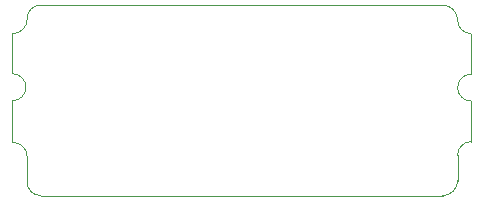
<source format=gbr>
G04 (created by PCBNEW (2013-may-18)-stable) date Sun 23 Aug 2015 06:19:44 PM EDT*
%MOIN*%
G04 Gerber Fmt 3.4, Leading zero omitted, Abs format*
%FSLAX34Y34*%
G01*
G70*
G90*
G04 APERTURE LIST*
%ADD10C,0.00590551*%
%ADD11C,0.00393701*%
G04 APERTURE END LIST*
G54D10*
G54D11*
X108650Y-40750D02*
X95250Y-40750D01*
X108650Y-47100D02*
X95250Y-47100D01*
X94300Y-43950D02*
X94300Y-45325D01*
X94800Y-45800D02*
G75*
G03X94325Y-45325I-475J0D01*
G74*
G01*
X94300Y-43025D02*
X94300Y-41700D01*
X94325Y-41700D02*
G75*
G03X94800Y-41225I0J475D01*
G74*
G01*
X94312Y-43937D02*
G75*
G03X94762Y-43487I0J450D01*
G74*
G01*
X94762Y-43487D02*
G75*
G03X94312Y-43037I-450J0D01*
G74*
G01*
X109150Y-43500D02*
G75*
G03X109600Y-43950I450J0D01*
G74*
G01*
X109600Y-45300D02*
X109600Y-43950D01*
X109600Y-41700D02*
X109600Y-43050D01*
X109600Y-43050D02*
G75*
G03X109150Y-43500I0J-450D01*
G74*
G01*
X109600Y-41700D02*
G75*
G02X109150Y-41250I0J450D01*
G74*
G01*
X108650Y-40750D02*
G75*
G02X109150Y-41250I0J-500D01*
G74*
G01*
X108650Y-47100D02*
G75*
G03X109150Y-46600I0J500D01*
G74*
G01*
X109600Y-45300D02*
G75*
G03X109150Y-45750I0J-450D01*
G74*
G01*
X109150Y-46600D02*
X109150Y-45750D01*
X94800Y-45800D02*
X94800Y-46650D01*
X95250Y-47100D02*
G75*
G02X94800Y-46650I0J450D01*
G74*
G01*
X95250Y-40750D02*
G75*
G03X94800Y-41200I0J-450D01*
G74*
G01*
M02*

</source>
